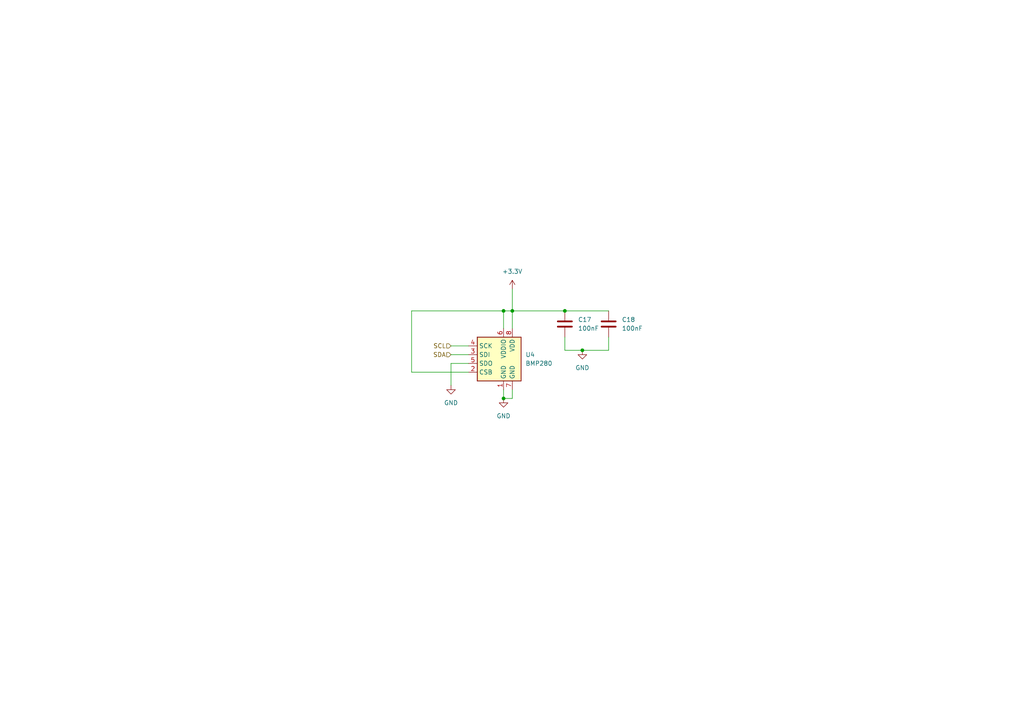
<source format=kicad_sch>
(kicad_sch (version 20230121) (generator eeschema)
  (paper "A4")
  (lib_symbols
    (symbol "Device:C" (pin_numbers hide) (pin_names (offset 0.254))
      (property "Reference" "C" (at 0.635 2.54 0))
      (property "Value" "C" (at 0.635 -2.54 0))
      (symbol "C_0_1"
        (polyline (pts (xy -2.032 -0.762) (xy 2.032 -0.762)) (stroke (width 0.508)))
        (polyline (pts (xy -2.032 0.762) (xy 2.032 0.762)) (stroke (width 0.508)))
      )
      (symbol "C_1_1"
        (pin passive line (at 0 3.81 270) (length 2.794) (name "~") (number "1"))
        (pin passive line (at 0 -3.81 90) (length 2.794) (name "~") (number "2"))
      )
    )
    (symbol "Sensor_Pressure:BMP280"
      (property "Reference" "U" (at -7.62 10.16 0))
      (property "Value" "BMP280" (at 5.08 10.16 0))
      (symbol "BMP280_0_1"
        (rectangle (start -7.62 -5.08) (end 5.08 7.62) (stroke (width 0.254)) (fill (type background)))
      )
      (symbol "BMP280_1_1"
        (pin power_in line (at 0 -7.62 90) (length 2.54) (name "GND") (number "1"))
        (pin input line (at -10.16 -2.54 0) (length 2.54) (name "CSB") (number "2"))
        (pin bidirectional line (at -10.16 2.54 0) (length 2.54) (name "SDI") (number "3"))
        (pin input line (at -10.16 5.08 0) (length 2.54) (name "SCK") (number "4"))
        (pin bidirectional line (at -10.16 0 0) (length 2.54) (name "SDO") (number "5"))
        (pin power_in line (at 0 10.16 270) (length 2.54) (name "VDDIO") (number "6"))
        (pin power_in line (at 2.54 -7.62 90) (length 2.54) (name "GND") (number "7"))
        (pin power_in line (at 2.54 10.16 270) (length 2.54) (name "VDD") (number "8"))
      )
    )
    (symbol "power:+3.3V" (power) (pin_names (offset 0))
      (property "Value" "+3.3V" (at 0 3.556 0))
      (symbol "+3.3V_0_1"
        (polyline (pts (xy -0.762 1.27) (xy 0 2.54)))
        (polyline (pts (xy 0 0) (xy 0 2.54)))
        (polyline (pts (xy 0 2.54) (xy 0.762 1.27)))
      )
      (symbol "+3.3V_1_1"
        (pin power_in line (at 0 0 90) (length 0) hide (name "+3.3V") (number "1"))
      )
    )
    (symbol "power:GND" (power) (pin_names (offset 0))
      (property "Value" "GND" (at 0 -3.81 0))
      (symbol "GND_0_1"
        (polyline (pts (xy 0 0) (xy 0 -1.27) (xy 1.27 -1.27) (xy 0 -2.54) (xy -1.27 -1.27) (xy 0 -1.27)))
      )
      (symbol "GND_1_1"
        (pin power_in line (at 0 0 270) (length 0) hide (name "GND") (number "1"))
      )
    )
  )
  (junction (at 163.83 90.17))
  (junction (at 148.59 90.17))
  (junction (at 146.05 90.17))
  (junction (at 168.91 101.6))
  (junction (at 146.05 115.57))
  (wire (pts (xy 148.59 90.17) (xy 163.83 90.17)))
  (wire (pts (xy 148.59 83.82) (xy 148.59 90.17)))
  (wire (pts (xy 176.53 101.6) (xy 176.53 97.79)))
  (wire (pts (xy 119.38 107.95) (xy 119.38 90.17)))
  (wire (pts (xy 119.38 90.17) (xy 146.05 90.17)))
  (wire (pts (xy 130.81 105.41) (xy 130.81 111.76)))
  (wire (pts (xy 130.81 102.87) (xy 135.89 102.87)))
  (wire (pts (xy 146.05 95.25) (xy 146.05 90.17)))
  (wire (pts (xy 130.81 105.41) (xy 135.89 105.41)))
  (wire (pts (xy 168.91 101.6) (xy 176.53 101.6)))
  (wire (pts (xy 148.59 90.17) (xy 148.59 95.25)))
  (wire (pts (xy 135.89 107.95) (xy 119.38 107.95)))
  (wire (pts (xy 163.83 90.17) (xy 176.53 90.17)))
  (wire (pts (xy 163.83 97.79) (xy 163.83 101.6)))
  (wire (pts (xy 146.05 113.03) (xy 146.05 115.57)))
  (wire (pts (xy 130.81 100.33) (xy 135.89 100.33)))
  (wire (pts (xy 148.59 113.03) (xy 148.59 115.57)))
  (wire (pts (xy 148.59 115.57) (xy 146.05 115.57)))
  (wire (pts (xy 146.05 90.17) (xy 148.59 90.17)))
  (wire (pts (xy 163.83 101.6) (xy 168.91 101.6)))
  (hierarchical_label "SCL" (shape input) (at 130.81 100.33 180))
  (hierarchical_label "SDA" (shape input) (at 130.81 102.87 180))
  (symbol (lib_id "power:GND") (at 168.91 101.6 0) (unit 1)
    (property "Reference" "#PWR025" (effects hide))
    (property "Value" "GND" (at 168.91 106.68 0))
  )
  (symbol (lib_id "Device:C") (at 176.53 93.98 0) (unit 1)
    (property "Reference" "C18" (at 180.34 92.71 0) (effects (justify left)))
    (property "Value" "100nF" (at 180.34 95.25 0) (effects (justify left)))
  )
  (symbol (lib_id "power:GND") (at 130.81 111.76 0) (unit 1)
    (property "Reference" "#PWR024" (effects hide))
    (property "Value" "GND" (at 130.81 116.84 0))
  )
  (symbol (lib_id "power:GND") (at 146.05 115.57 0) (unit 1)
    (property "Reference" "#PWR023" (effects hide))
    (property "Value" "GND" (at 146.05 120.65 0))
  )
  (symbol (lib_id "Device:C") (at 163.83 93.98 0) (unit 1)
    (property "Reference" "C17" (at 167.64 92.71 0) (effects (justify left)))
    (property "Value" "100nF" (at 167.64 95.25 0) (effects (justify left)))
  )
  (symbol (lib_id "Sensor_Pressure:BMP280") (at 146.05 105.41 0) (unit 1)
    (property "Reference" "U4" (at 152.4 102.87 0) (effects (justify left)))
    (property "Value" "BMP280" (at 152.4 105.41 0) (effects (justify left)))
    (property "Footprint" "Package_LGA:Bosch_LGA-8_2x2.5mm_P0.65mm_ClockwisePinNumbering" (effects hide))
    (property "Datasheet" "https://ae-bst.resource.bosch.com/media/_tech/media/datasheets/BST-BMP280-DS001.pdf" (effects hide))
  )
  (symbol (lib_id "power:+3.3V") (at 148.59 83.82 0) (unit 1)
    (property "Reference" "#PWR021" (effects hide))
    (property "Value" "+3.3V" (at 148.59 78.74 0))
    (instances (project "avionics_flight_computer" (path "" (reference "#PWR021") (unit 1)) (path "" (reference "#PWR022") (unit 1))))
  )
)
</source>
